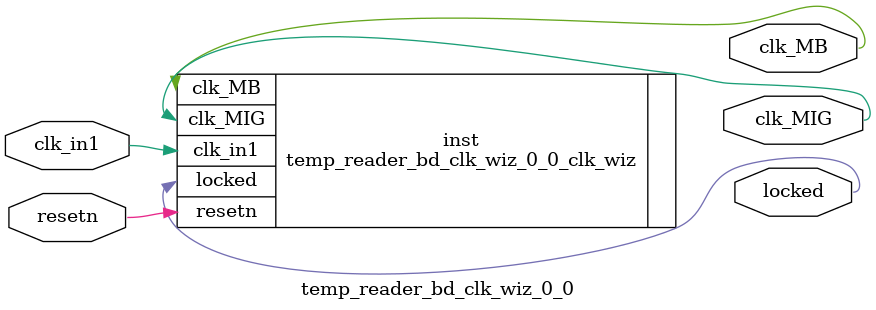
<source format=v>


`timescale 1ps/1ps

(* CORE_GENERATION_INFO = "temp_reader_bd_clk_wiz_0_0,clk_wiz_v6_0_15_0_0,{component_name=temp_reader_bd_clk_wiz_0_0,use_phase_alignment=true,use_min_o_jitter=false,use_max_i_jitter=false,use_dyn_phase_shift=false,use_inclk_switchover=false,use_dyn_reconfig=false,enable_axi=0,feedback_source=FDBK_AUTO,PRIMITIVE=MMCM,num_out_clk=2,clkin1_period=10.000,clkin2_period=10.000,use_power_down=false,use_reset=true,use_locked=true,use_inclk_stopped=false,feedback_type=SINGLE,CLOCK_MGR_TYPE=NA,manual_override=false}" *)

module temp_reader_bd_clk_wiz_0_0 
 (
  // Clock out ports
  output        clk_MB,
  output        clk_MIG,
  // Status and control signals
  input         resetn,
  output        locked,
 // Clock in ports
  input         clk_in1
 );

  temp_reader_bd_clk_wiz_0_0_clk_wiz inst
  (
  // Clock out ports  
  .clk_MB(clk_MB),
  .clk_MIG(clk_MIG),
  // Status and control signals               
  .resetn(resetn), 
  .locked(locked),
 // Clock in ports
  .clk_in1(clk_in1)
  );

endmodule

</source>
